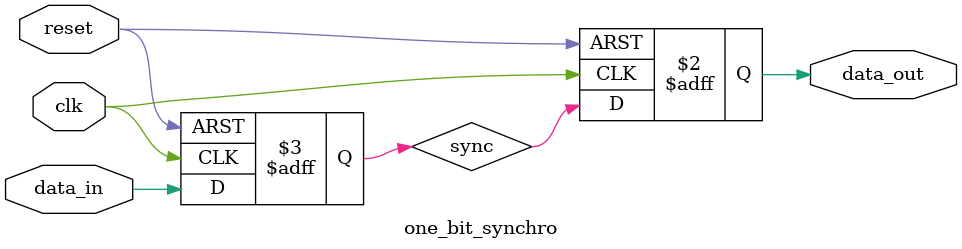
<source format=sv>
module one_bit_synchro (
  input  logic clk,
  input  logic reset,

  input  logic data_in,
  output logic data_out
);

  logic sync;

  always_ff @(posedge clk or posedge reset)
    if (reset) {data_out,sync} <= 0;
    else       {data_out,sync} <= {sync, data_in};

endmodule : one_bit_synchro

</source>
